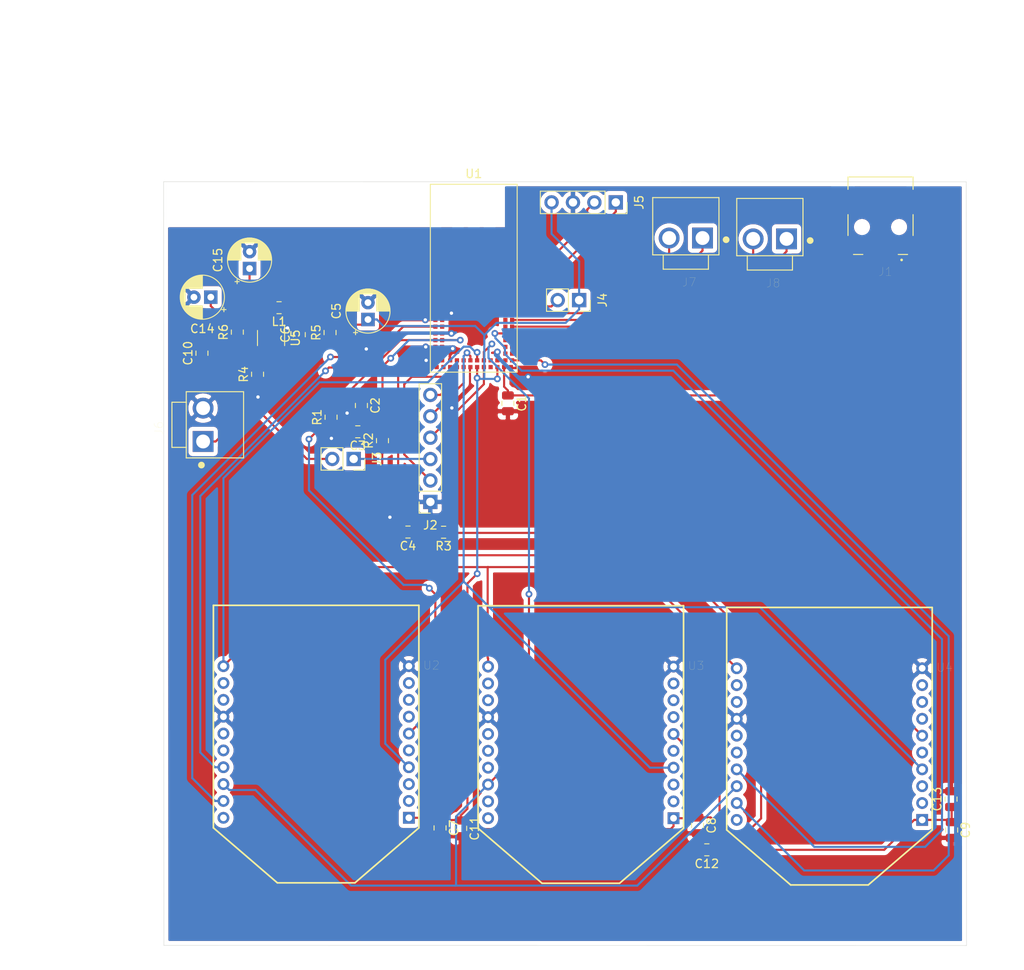
<source format=kicad_pcb>
(kicad_pcb (version 20171130) (host pcbnew "(5.1.4)-1")
  (layers (0 F.Cu signal) (31 B.Cu signal) (34 B.Paste user) (35 F.Paste user) (36 B.SilkS user) (37 F.SilkS user) (38 B.Mask user) (39 F.Mask user) (44 Edge.Cuts user))
  (net 0 "")
  (net 1 GND)
  (net 2 USB_VBUS)
  (net 3 RSSI2)
  (net 4 RSSI3)
  (net 5 RSSI1)
  (net 6 +3V3)
  (net 7 "Net-(C6-Pad2)")
  (net 8 "Net-(C6-Pad1)")
  (net 9 +12V)
  (net 10 "Net-(J1-Pad4)")
  (net 11 D+)
  (net 12 D-)
  (net 13 UART_CTS)
  (net 14 UART_TX)
  (net 15 UART_RX)
  (net 16 "Net-(J2-Pad3)")
  (net 17 UART_RTS)
  (net 18 "Net-(J4-Pad2)")
  (net 19 "Net-(J5-Pad2)")
  (net 20 "Net-(J5-Pad1)")
  (net 21 "Net-(R1-Pad1)")
  (net 22 "Net-(R2-Pad1)")
  (net 23 "Net-(R3-Pad1)")
  (net 24 "Net-(R4-Pad2)")
  (net 25 "Net-(R6-Pad1)")
  (net 26 "Net-(U1-Pad64)")
  (net 27 "Net-(U1-Pad62)")
  (net 28 "Net-(U1-Pad60)")
  (net 29 "Net-(U1-Pad56)")
  (net 30 "Net-(U1-Pad54)")
  (net 31 "Net-(U1-Pad48)")
  (net 32 "Net-(U1-Pad46)")
  (net 33 "Net-(U1-Pad63)")
  (net 34 "Net-(U1-Pad61)")
  (net 35 "Net-(U1-Pad59)")
  (net 36 "Net-(U1-Pad57)")
  (net 37 "Net-(U1-Pad44)")
  (net 38 "Net-(U1-Pad38)")
  (net 39 "Net-(U1-Pad36)")
  (net 40 MISO)
  (net 41 MOSI)
  (net 42 SCK)
  (net 43 "Net-(U1-Pad28)")
  (net 44 "Net-(U1-Pad27)")
  (net 45 "Net-(U1-Pad41)")
  (net 46 "Net-(U1-Pad42)")
  (net 47 "Net-(U1-Pad6)")
  (net 48 "Net-(U1-Pad8)")
  (net 49 "Net-(U1-Pad10)")
  (net 50 "Net-(U1-Pad12)")
  (net 51 "Net-(U1-Pad16)")
  (net 52 "Net-(U1-Pad18)")
  (net 53 "Net-(U1-Pad20)")
  (net 54 "Net-(U1-Pad22)")
  (net 55 "Net-(U1-Pad19)")
  (net 56 "Net-(U2-Pad20)")
  (net 57 ATTN2)
  (net 58 CS2)
  (net 59 "Net-(U2-Pad16)")
  (net 60 "Net-(U2-Pad15)")
  (net 61 "Net-(U2-Pad13)")
  (net 62 "Net-(U2-Pad12)")
  (net 63 "Net-(U2-Pad9)")
  (net 64 "Net-(U2-Pad7)")
  (net 65 "Net-(U2-Pad5)")
  (net 66 "Net-(U2-Pad3)")
  (net 67 "Net-(U2-Pad2)")
  (net 68 "Net-(U3-Pad20)")
  (net 69 ATTN3)
  (net 70 CS3)
  (net 71 "Net-(U3-Pad16)")
  (net 72 "Net-(U3-Pad15)")
  (net 73 "Net-(U3-Pad13)")
  (net 74 "Net-(U3-Pad12)")
  (net 75 "Net-(U3-Pad9)")
  (net 76 "Net-(U3-Pad7)")
  (net 77 "Net-(U3-Pad5)")
  (net 78 "Net-(U3-Pad3)")
  (net 79 "Net-(U3-Pad2)")
  (net 80 "Net-(U4-Pad20)")
  (net 81 ATTN1)
  (net 82 CS1)
  (net 83 "Net-(U4-Pad16)")
  (net 84 "Net-(U4-Pad15)")
  (net 85 "Net-(U4-Pad13)")
  (net 86 "Net-(U4-Pad12)")
  (net 87 "Net-(U4-Pad9)")
  (net 88 "Net-(U4-Pad7)")
  (net 89 "Net-(U4-Pad5)")
  (net 90 "Net-(U4-Pad3)")
  (net 91 "Net-(U4-Pad2)")
  (net 92 StepperTwo)
  (net 93 StepperOne)
  (net 94 StepperFour)
  (net 95 StepperThree)
  (module Tracking-Antenna-Control-Board:TE_1-1123723-2 (layer F.Cu) (at 203.91 18.83 180)
    (fp_text reference J8 (at 1.578065 -5.245195) (layer F.SilkS) (effects (font (size 1.001945 1.001945) (thickness 0.015))))
    (fp_text value 1-1123723-2)
    (pad 2 thru_hole circle (at 3.96 0 180) (size 2.475 2.475) (drill 1.65) (layers *.Cu *.Mask) (net 94 StepperFour))
    (pad 1 thru_hole rect (at 0 0 180) (size 2.475 2.475) (drill 1.65) (layers *.Cu *.Mask) (net 95 StepperThree))
  )
  (module Tracking-Antenna-Control-Board:TE_1-1123723-2 (layer F.Cu) (at 193.94 18.73 180)
    (fp_text reference J7 (at 1.578065 -5.245195) (layer F.SilkS) (effects (font (size 1.001945 1.001945) (thickness 0.015))))
    (fp_text value 1-1123723-2)
    (pad 2 thru_hole circle (at 3.96 0 180) (size 2.475 2.475) (drill 1.65) (layers *.Cu *.Mask) (net 92 StepperTwo))
    (pad 1 thru_hole rect (at 0 0 180) (size 2.475 2.475) (drill 1.65) (layers *.Cu *.Mask) (net 93 StepperOne))
  )
  (module Tracking-Antenna-Control-Board:TE_1-1123723-2 (layer F.Cu) (at 134.69 42.88 90)
    (fp_text reference J6 (at 1.578065 -5.245195 90) (layer F.SilkS) (effects (font (size 1.001945 1.001945) (thickness 0.015))))
    (fp_text value 1-1123723-2)
    (pad 2 thru_hole circle (at 3.96 0 90) (size 2.475 2.475) (drill 1.65) (layers *.Cu *.Mask) (net 1 GND))
    (pad 1 thru_hole rect (at 0 0 90) (size 2.475 2.475) (drill 1.65) (layers *.Cu *.Mask) (net 9 +12V))
  )
  (module Capacitor_THT:CP_Radial_D5.0mm_P2.00mm (layer F.Cu) (at 140.2 22.35 90)
    (fp_text reference C15 (at 1 -3.75 90) (layer F.SilkS))
    (fp_text value 10μF)
    (pad 2 thru_hole circle (at 2 0 90) (size 1.6 1.6) (drill 0.8) (layers *.Cu *.Mask) (net 1 GND))
    (pad 1 thru_hole rect (at 0 0 90) (size 1.6 1.6) (drill 0.8) (layers *.Cu *.Mask) (net 9 +12V))
  )
  (module Capacitor_THT:CP_Radial_D5.0mm_P2.00mm (layer F.Cu) (at 135.6 25.75 180)
    (fp_text reference C14 (at 1 -3.75) (layer F.SilkS))
    (fp_text value 10μF)
    (pad 2 thru_hole circle (at 2 0 180) (size 1.6 1.6) (drill 0.8) (layers *.Cu *.Mask) (net 1 GND))
    (pad 1 thru_hole rect (at 0 0 180) (size 1.6 1.6) (drill 0.8) (layers *.Cu *.Mask) (net 9 +12V))
  )
  (module Capacitor_THT:CP_Radial_D5.0mm_P2.00mm (layer F.Cu) (at 154.25 28.4 90)
    (fp_text reference C5 (at 1 -3.75 90) (layer F.SilkS))
    (fp_text value 22μF)
    (pad 2 thru_hole circle (at 2 0 90) (size 1.6 1.6) (drill 0.8) (layers *.Cu *.Mask) (net 1 GND))
    (pad 1 thru_hole rect (at 0 0 90) (size 1.6 1.6) (drill 0.8) (layers *.Cu *.Mask) (net 6 +3V3))
  )
  (module Package_TO_SOT_SMD:SOT-23-6 (layer F.Cu) (at 142.75 30.6 270)
    (fp_text reference U5 (at 0 -2.9 90) (layer F.SilkS))
    (fp_text value TPS563200)
    (pad 5 smd rect (at 1.1 0 270) (size 1.06 0.65) (layers F.Cu F.Paste F.Mask) (net 25 "Net-(R6-Pad1)"))
    (pad 6 smd rect (at 1.1 -0.95 270) (size 1.06 0.65) (layers F.Cu F.Paste F.Mask) (net 8 "Net-(C6-Pad1)"))
    (pad 4 smd rect (at 1.1 0.95 270) (size 1.06 0.65) (layers F.Cu F.Paste F.Mask) (net 24 "Net-(R4-Pad2)"))
    (pad 3 smd rect (at -1.1 0.95 270) (size 1.06 0.65) (layers F.Cu F.Paste F.Mask) (net 9 +12V))
    (pad 2 smd rect (at -1.1 0 270) (size 1.06 0.65) (layers F.Cu F.Paste F.Mask) (net 7 "Net-(C6-Pad2)"))
    (pad 1 smd rect (at -1.1 -0.95 270) (size 1.06 0.65) (layers F.Cu F.Paste F.Mask) (net 1 GND))
  )
  (module Tracking-Antenna-Control-Board:DIP2200W51P200L3294H279Q20P (layer F.Cu) (at 209 79.05 180)
    (fp_text reference U4 (at -13.67664 9.3535 180) (layer F.SilkS) (effects (font (size 1.003055 1.003055) (thickness 0.015))))
    (fp_text value XBP9B-DPST-001)
    (pad 20 thru_hole circle (at 11 -8.75 180) (size 1.4 1.4) (drill 0.8) (layers *.Cu *.Mask) (net 80 "Net-(U4-Pad20)"))
    (pad 19 thru_hole circle (at 11 -6.75 180) (size 1.4 1.4) (drill 0.8) (layers *.Cu *.Mask) (net 81 ATTN1))
    (pad 18 thru_hole circle (at 11 -4.75 180) (size 1.4 1.4) (drill 0.8) (layers *.Cu *.Mask) (net 42 SCK))
    (pad 17 thru_hole circle (at 11 -2.75 180) (size 1.4 1.4) (drill 0.8) (layers *.Cu *.Mask) (net 82 CS1))
    (pad 16 thru_hole circle (at 11 -0.75 180) (size 1.4 1.4) (drill 0.8) (layers *.Cu *.Mask) (net 83 "Net-(U4-Pad16)"))
    (pad 15 thru_hole circle (at 11 1.25 180) (size 1.4 1.4) (drill 0.8) (layers *.Cu *.Mask) (net 84 "Net-(U4-Pad15)"))
    (pad 14 thru_hole circle (at 11 3.25 180) (size 1.4 1.4) (drill 0.8) (layers *.Cu *.Mask) (net 1 GND))
    (pad 13 thru_hole circle (at 11 5.25 180) (size 1.4 1.4) (drill 0.8) (layers *.Cu *.Mask) (net 85 "Net-(U4-Pad13)"))
    (pad 12 thru_hole circle (at 11 7.25 180) (size 1.4 1.4) (drill 0.8) (layers *.Cu *.Mask) (net 86 "Net-(U4-Pad12)"))
    (pad 11 thru_hole circle (at 11 9.25 180) (size 1.4 1.4) (drill 0.8) (layers *.Cu *.Mask) (net 41 MOSI))
    (pad 10 thru_hole circle (at -11 9.25 180) (size 1.4 1.4) (drill 0.8) (layers *.Cu *.Mask) (net 1 GND))
    (pad 9 thru_hole circle (at -11 7.25 180) (size 1.4 1.4) (drill 0.8) (layers *.Cu *.Mask) (net 87 "Net-(U4-Pad9)"))
    (pad 8 thru_hole circle (at -11 5.25 180) (size 1.4 1.4) (drill 0.8) (layers *.Cu *.Mask))
    (pad 7 thru_hole circle (at -11 3.25 180) (size 1.4 1.4) (drill 0.8) (layers *.Cu *.Mask) (net 88 "Net-(U4-Pad7)"))
    (pad 6 thru_hole circle (at -11 1.25 180) (size 1.4 1.4) (drill 0.8) (layers *.Cu *.Mask) (net 23 "Net-(R3-Pad1)"))
    (pad 5 thru_hole circle (at -11 -0.75 180) (size 1.4 1.4) (drill 0.8) (layers *.Cu *.Mask) (net 89 "Net-(U4-Pad5)"))
    (pad 4 thru_hole circle (at -11 -2.75 180) (size 1.4 1.4) (drill 0.8) (layers *.Cu *.Mask) (net 40 MISO))
    (pad 3 thru_hole circle (at -11 -4.75 180) (size 1.4 1.4) (drill 0.8) (layers *.Cu *.Mask) (net 90 "Net-(U4-Pad3)"))
    (pad 2 thru_hole circle (at -11 -6.75 180) (size 1.4 1.4) (drill 0.8) (layers *.Cu *.Mask) (net 91 "Net-(U4-Pad2)"))
    (pad 1 thru_hole rect (at -11 -8.75 180) (size 1.4 1.4) (drill 0.8) (layers *.Cu *.Mask) (net 6 +3V3))
  )
  (module Tracking-Antenna-Control-Board:DIP2200W51P200L3294H279Q20P (layer F.Cu) (at 179.5 78.85 180)
    (fp_text reference U3 (at -13.67664 9.3535 180) (layer F.SilkS) (effects (font (size 1.003055 1.003055) (thickness 0.015))))
    (fp_text value XBP9B-DPST-001)
    (pad 20 thru_hole circle (at 11 -8.75 180) (size 1.4 1.4) (drill 0.8) (layers *.Cu *.Mask) (net 68 "Net-(U3-Pad20)"))
    (pad 19 thru_hole circle (at 11 -6.75 180) (size 1.4 1.4) (drill 0.8) (layers *.Cu *.Mask) (net 69 ATTN3))
    (pad 18 thru_hole circle (at 11 -4.75 180) (size 1.4 1.4) (drill 0.8) (layers *.Cu *.Mask) (net 42 SCK))
    (pad 17 thru_hole circle (at 11 -2.75 180) (size 1.4 1.4) (drill 0.8) (layers *.Cu *.Mask) (net 70 CS3))
    (pad 16 thru_hole circle (at 11 -0.75 180) (size 1.4 1.4) (drill 0.8) (layers *.Cu *.Mask) (net 71 "Net-(U3-Pad16)"))
    (pad 15 thru_hole circle (at 11 1.25 180) (size 1.4 1.4) (drill 0.8) (layers *.Cu *.Mask) (net 72 "Net-(U3-Pad15)"))
    (pad 14 thru_hole circle (at 11 3.25 180) (size 1.4 1.4) (drill 0.8) (layers *.Cu *.Mask) (net 1 GND))
    (pad 13 thru_hole circle (at 11 5.25 180) (size 1.4 1.4) (drill 0.8) (layers *.Cu *.Mask) (net 73 "Net-(U3-Pad13)"))
    (pad 12 thru_hole circle (at 11 7.25 180) (size 1.4 1.4) (drill 0.8) (layers *.Cu *.Mask) (net 74 "Net-(U3-Pad12)"))
    (pad 11 thru_hole circle (at 11 9.25 180) (size 1.4 1.4) (drill 0.8) (layers *.Cu *.Mask) (net 41 MOSI))
    (pad 10 thru_hole circle (at -11 9.25 180) (size 1.4 1.4) (drill 0.8) (layers *.Cu *.Mask) (net 1 GND))
    (pad 9 thru_hole circle (at -11 7.25 180) (size 1.4 1.4) (drill 0.8) (layers *.Cu *.Mask) (net 75 "Net-(U3-Pad9)"))
    (pad 8 thru_hole circle (at -11 5.25 180) (size 1.4 1.4) (drill 0.8) (layers *.Cu *.Mask))
    (pad 7 thru_hole circle (at -11 3.25 180) (size 1.4 1.4) (drill 0.8) (layers *.Cu *.Mask) (net 76 "Net-(U3-Pad7)"))
    (pad 6 thru_hole circle (at -11 1.25 180) (size 1.4 1.4) (drill 0.8) (layers *.Cu *.Mask) (net 22 "Net-(R2-Pad1)"))
    (pad 5 thru_hole circle (at -11 -0.75 180) (size 1.4 1.4) (drill 0.8) (layers *.Cu *.Mask) (net 77 "Net-(U3-Pad5)"))
    (pad 4 thru_hole circle (at -11 -2.75 180) (size 1.4 1.4) (drill 0.8) (layers *.Cu *.Mask) (net 40 MISO))
    (pad 3 thru_hole circle (at -11 -4.75 180) (size 1.4 1.4) (drill 0.8) (layers *.Cu *.Mask) (net 78 "Net-(U3-Pad3)"))
    (pad 2 thru_hole circle (at -11 -6.75 180) (size 1.4 1.4) (drill 0.8) (layers *.Cu *.Mask) (net 79 "Net-(U3-Pad2)"))
    (pad 1 thru_hole rect (at -11 -8.75 180) (size 1.4 1.4) (drill 0.8) (layers *.Cu *.Mask) (net 6 +3V3))
  )
  (module Tracking-Antenna-Control-Board:DIP2200W51P200L3294H279Q20P (layer F.Cu) (at 148.1 78.8 180)
    (fp_text reference U2 (at -13.67664 9.3535 180) (layer F.SilkS) (effects (font (size 1.003055 1.003055) (thickness 0.015))))
    (fp_text value XBP9B-DPST-001)
    (pad 20 thru_hole circle (at 11 -8.75 180) (size 1.4 1.4) (drill 0.8) (layers *.Cu *.Mask) (net 56 "Net-(U2-Pad20)"))
    (pad 19 thru_hole circle (at 11 -6.75 180) (size 1.4 1.4) (drill 0.8) (layers *.Cu *.Mask) (net 57 ATTN2))
    (pad 18 thru_hole circle (at 11 -4.75 180) (size 1.4 1.4) (drill 0.8) (layers *.Cu *.Mask) (net 42 SCK))
    (pad 17 thru_hole circle (at 11 -2.75 180) (size 1.4 1.4) (drill 0.8) (layers *.Cu *.Mask) (net 58 CS2))
    (pad 16 thru_hole circle (at 11 -0.75 180) (size 1.4 1.4) (drill 0.8) (layers *.Cu *.Mask) (net 59 "Net-(U2-Pad16)"))
    (pad 15 thru_hole circle (at 11 1.25 180) (size 1.4 1.4) (drill 0.8) (layers *.Cu *.Mask) (net 60 "Net-(U2-Pad15)"))
    (pad 14 thru_hole circle (at 11 3.25 180) (size 1.4 1.4) (drill 0.8) (layers *.Cu *.Mask) (net 1 GND))
    (pad 13 thru_hole circle (at 11 5.25 180) (size 1.4 1.4) (drill 0.8) (layers *.Cu *.Mask) (net 61 "Net-(U2-Pad13)"))
    (pad 12 thru_hole circle (at 11 7.25 180) (size 1.4 1.4) (drill 0.8) (layers *.Cu *.Mask) (net 62 "Net-(U2-Pad12)"))
    (pad 11 thru_hole circle (at 11 9.25 180) (size 1.4 1.4) (drill 0.8) (layers *.Cu *.Mask) (net 41 MOSI))
    (pad 10 thru_hole circle (at -11 9.25 180) (size 1.4 1.4) (drill 0.8) (layers *.Cu *.Mask) (net 1 GND))
    (pad 9 thru_hole circle (at -11 7.25 180) (size 1.4 1.4) (drill 0.8) (layers *.Cu *.Mask) (net 63 "Net-(U2-Pad9)"))
    (pad 8 thru_hole circle (at -11 5.25 180) (size 1.4 1.4) (drill 0.8) (layers *.Cu *.Mask))
    (pad 7 thru_hole circle (at -11 3.25 180) (size 1.4 1.4) (drill 0.8) (layers *.Cu *.Mask) (net 64 "Net-(U2-Pad7)"))
    (pad 6 thru_hole circle (at -11 1.25 180) (size 1.4 1.4) (drill 0.8) (layers *.Cu *.Mask) (net 21 "Net-(R1-Pad1)"))
    (pad 5 thru_hole circle (at -11 -0.75 180) (size 1.4 1.4) (drill 0.8) (layers *.Cu *.Mask) (net 65 "Net-(U2-Pad5)"))
    (pad 4 thru_hole circle (at -11 -2.75 180) (size 1.4 1.4) (drill 0.8) (layers *.Cu *.Mask) (net 40 MISO))
    (pad 3 thru_hole circle (at -11 -4.75 180) (size 1.4 1.4) (drill 0.8) (layers *.Cu *.Mask) (net 66 "Net-(U2-Pad3)"))
    (pad 2 thru_hole circle (at -11 -6.75 180) (size 1.4 1.4) (drill 0.8) (layers *.Cu *.Mask) (net 67 "Net-(U2-Pad2)"))
    (pad 1 thru_hole rect (at -11 -8.75 180) (size 1.4 1.4) (drill 0.8) (layers *.Cu *.Mask) (net 6 +3V3))
  )
  (module MASA_Library:BL654PA (layer F.Cu) (at 166.8 23.5)
    (fp_text reference U1 (at 0 -12.4) (layer F.SilkS))
    (fp_text value BL654PA)
    (pad 64 smd rect (at -3.85 1.75) (size 0.5 0.5) (layers F.Cu F.Paste F.Mask) (net 26 "Net-(U1-Pad64)"))
    (pad 62 smd rect (at -3.85 2.55) (size 0.5 0.5) (layers F.Cu F.Paste F.Mask) (net 27 "Net-(U1-Pad62)"))
    (pad 60 smd rect (at -3.8 3.35) (size 0.5 0.5) (layers F.Cu F.Paste F.Mask) (net 28 "Net-(U1-Pad60)"))
    (pad 58 smd rect (at -3.8 4.15) (size 0.5 0.5) (layers F.Cu F.Paste F.Mask) (net 1 GND))
    (pad 56 smd rect (at -3.75 4.95) (size 0.5 0.5) (layers F.Cu F.Paste F.Mask) (net 29 "Net-(U1-Pad56)"))
    (pad 54 smd rect (at -3.75 5.75) (size 0.5 0.5) (layers F.Cu F.Paste F.Mask) (net 30 "Net-(U1-Pad54)"))
    (pad 52 smd rect (at -3.75 6.55) (size 0.5 0.5) (layers F.Cu F.Paste F.Mask) (net 1 GND))
    (pad 50 smd rect (at -3.75 7.35) (size 0.5 0.5) (layers F.Cu F.Paste F.Mask) (net 4 RSSI3))
    (pad 48 smd rect (at -3.75 8.15) (size 0.5 0.5) (layers F.Cu F.Paste F.Mask) (net 31 "Net-(U1-Pad48)"))
    (pad 46 smd rect (at -3.75 9) (size 0.5 0.5) (layers F.Cu F.Paste F.Mask) (net 32 "Net-(U1-Pad46)"))
    (pad 65 smd rect (at -4.55 0.95) (size 0.5 0.5) (layers F.Cu F.Paste F.Mask) (net 1 GND))
    (pad 63 smd rect (at -4.55 1.75) (size 0.5 0.5) (layers F.Cu F.Paste F.Mask) (net 33 "Net-(U1-Pad63)"))
    (pad 61 smd rect (at -4.55 2.55) (size 0.5 0.5) (layers F.Cu F.Paste F.Mask) (net 34 "Net-(U1-Pad61)"))
    (pad 59 smd rect (at -4.55 3.35) (size 0.5 0.5) (layers F.Cu F.Paste F.Mask) (net 35 "Net-(U1-Pad59)"))
    (pad 57 smd rect (at -4.55 4.15) (size 0.5 0.5) (layers F.Cu F.Paste F.Mask) (net 36 "Net-(U1-Pad57)"))
    (pad 55 smd rect (at -4.55 4.95) (size 0.5 0.5) (layers F.Cu F.Paste F.Mask) (net 1 GND))
    (pad 53 smd rect (at -4.55 5.75) (size 0.5 0.5) (layers F.Cu F.Paste F.Mask) (net 57 ATTN2))
    (pad 51 smd rect (at -4.55 6.55) (size 0.5 0.5) (layers F.Cu F.Paste F.Mask) (net 58 CS2))
    (pad 49 smd rect (at -4.55 7.35) (size 0.5 0.5) (layers F.Cu F.Paste F.Mask) (net 3 RSSI2))
    (pad 47 smd rect (at -4.55 8.15) (size 0.5 0.5) (layers F.Cu F.Paste F.Mask) (net 1 GND))
    (pad 45 smd rect (at -4.55 8.95) (size 0.5 0.5) (layers F.Cu F.Paste F.Mask) (net 5 RSSI1))
    (pad 44 smd rect (at -3.75 9.75) (size 0.5 0.5) (layers F.Cu F.Paste F.Mask) (net 37 "Net-(U1-Pad44)"))
    (pad 43 smd rect (at -4.55 9.75) (size 0.5 0.5) (layers F.Cu F.Paste F.Mask) (net 1 GND))
    (pad 40 smd rect (at -2.8 9.75) (size 0.5 0.5) (layers F.Cu F.Paste F.Mask) (net 1 GND))
    (pad 38 smd rect (at -2 9.75) (size 0.5 0.5) (layers F.Cu F.Paste F.Mask) (net 38 "Net-(U1-Pad38)"))
    (pad 36 smd rect (at -1.2 9.75) (size 0.5 0.5) (layers F.Cu F.Paste F.Mask) (net 39 "Net-(U1-Pad36)"))
    (pad 34 smd rect (at -0.4 9.75) (size 0.5 0.5) (layers F.Cu F.Paste F.Mask) (net 40 MISO))
    (pad 32 smd rect (at 0.4 9.75) (size 0.5 0.5) (layers F.Cu F.Paste F.Mask) (net 41 MOSI))
    (pad 30 smd rect (at 1.2 9.75) (size 0.5 0.5) (layers F.Cu F.Paste F.Mask) (net 42 SCK))
    (pad 28 smd rect (at 2 9.75) (size 0.5 0.5) (layers F.Cu F.Paste F.Mask) (net 43 "Net-(U1-Pad28)"))
    (pad 26 smd rect (at 2.8 9.75) (size 0.5 0.5) (layers F.Cu F.Paste F.Mask) (net 1 GND))
    (pad 23 smd rect (at 4.4 10.55) (size 0.5 0.5) (layers F.Cu F.Paste F.Mask) (net 1 GND))
    (pad 24 smd rect (at 3.6 10.55) (size 0.5 0.5) (layers F.Cu F.Paste F.Mask) (net 2 USB_VBUS))
    (pad 25 smd rect (at 2.8 10.55) (size 0.5 0.5) (layers F.Cu F.Paste F.Mask) (net 6 +3V3))
    (pad 27 smd rect (at 2 10.55) (size 0.5 0.5) (layers F.Cu F.Paste F.Mask) (net 44 "Net-(U1-Pad27)"))
    (pad 29 smd rect (at 1.2 10.55) (size 0.5 0.5) (layers F.Cu F.Paste F.Mask) (net 15 UART_RX))
    (pad 31 smd rect (at 0.4 10.55) (size 0.5 0.5) (layers F.Cu F.Paste F.Mask) (net 6 +3V3))
    (pad 33 smd rect (at -0.4 10.55) (size 0.5 0.5) (layers F.Cu F.Paste F.Mask) (net 1 GND))
    (pad 35 smd rect (at -1.2 10.55) (size 0.5 0.5) (layers F.Cu F.Paste F.Mask) (net 14 UART_TX))
    (pad 37 smd rect (at -2 10.55) (size 0.5 0.5) (layers F.Cu F.Paste F.Mask) (net 13 UART_CTS))
    (pad 39 smd rect (at -2.8 10.55) (size 0.5 0.5) (layers F.Cu F.Paste F.Mask) (net 17 UART_RTS))
    (pad 41 smd rect (at -3.6 10.55) (size 0.5 0.5) (layers F.Cu F.Paste F.Mask) (net 45 "Net-(U1-Pad41)"))
    (pad 42 smd rect (at -4.4 10.55) (size 0.5 0.5) (layers F.Cu F.Paste F.Mask) (net 46 "Net-(U1-Pad42)"))
    (pad 69 smd rect (at -1.875 1.75) (size 0.5 0.5) (layers F.Cu F.Paste F.Mask) (net 1 GND))
    (pad 70 smd rect (at 0 1.75) (size 0.5 0.5) (layers F.Cu F.Paste F.Mask) (net 1 GND))
    (pad 71 smd rect (at 1.875 1.75) (size 0.5 0.5) (layers F.Cu F.Paste F.Mask) (net 1 GND))
    (pad 2 smd rect (at 3.75 1.75) (size 0.5 0.5) (layers F.Cu F.Paste F.Mask))
    (pad 4 smd rect (at 3.75 2.55) (size 0.5 0.5) (layers F.Cu F.Paste F.Mask))
    (pad 6 smd rect (at 3.75 3.35) (size 0.5 0.5) (layers F.Cu F.Paste F.Mask) (net 47 "Net-(U1-Pad6)"))
    (pad 8 smd rect (at 3.75 4.15) (size 0.5 0.5) (layers F.Cu F.Paste F.Mask) (net 48 "Net-(U1-Pad8)"))
    (pad 10 smd rect (at 3.75 4.95) (size 0.5 0.5) (layers F.Cu F.Paste F.Mask) (net 49 "Net-(U1-Pad10)"))
    (pad 12 smd rect (at 3.75 5.75) (size 0.5 0.5) (layers F.Cu F.Paste F.Mask) (net 50 "Net-(U1-Pad12)"))
    (pad 14 smd rect (at 3.75 6.55) (size 0.5 0.5) (layers F.Cu F.Paste F.Mask) (net 82 CS1))
    (pad 16 smd rect (at 3.75 7.35) (size 0.5 0.5) (layers F.Cu F.Paste F.Mask) (net 51 "Net-(U1-Pad16)"))
    (pad 18 smd rect (at 3.75 8.15) (size 0.5 0.5) (layers F.Cu F.Paste F.Mask) (net 52 "Net-(U1-Pad18)"))
    (pad 20 smd rect (at 3.75 8.95) (size 0.5 0.5) (layers F.Cu F.Paste F.Mask) (net 53 "Net-(U1-Pad20)"))
    (pad 22 smd rect (at 3.75 9.75) (size 0.5 0.5) (layers F.Cu F.Paste F.Mask) (net 54 "Net-(U1-Pad22)"))
    (pad 1 smd rect (at 4.55 1.75) (size 0.5 0.5) (layers F.Cu F.Paste F.Mask) (net 19 "Net-(J5-Pad2)"))
    (pad 3 smd rect (at 4.55 2.55) (size 0.5 0.5) (layers F.Cu F.Paste F.Mask) (net 20 "Net-(J5-Pad1)"))
    (pad 5 smd rect (at 4.55 3.35) (size 0.5 0.5) (layers F.Cu F.Paste F.Mask) (net 18 "Net-(J4-Pad2)"))
    (pad 7 smd rect (at 4.55 4.15) (size 0.5 0.5) (layers F.Cu F.Paste F.Mask) (net 92 StepperTwo))
    (pad 9 smd rect (at 4.55 4.95) (size 0.5 0.5) (layers F.Cu F.Paste F.Mask) (net 93 StepperOne))
    (pad 11 smd rect (at 4.55 5.75) (size 0.5 0.5) (layers F.Cu F.Paste F.Mask) (net 94 StepperFour))
    (pad 13 smd rect (at 4.55 6.55) (size 0.5 0.5) (layers F.Cu F.Paste F.Mask) (net 95 StepperThree))
    (pad 15 smd rect (at 4.55 7.35) (size 0.5 0.5) (layers F.Cu F.Paste F.Mask) (net 11 D+))
    (pad 17 smd rect (at 4.55 8.15) (size 0.5 0.5) (layers F.Cu F.Paste F.Mask) (net 12 D-))
    (pad 19 smd rect (at 4.55 8.95) (size 0.5 0.5) (layers F.Cu F.Paste F.Mask) (net 55 "Net-(U1-Pad19)"))
    (pad 21 smd rect (at 4.55 9.75) (size 0.5 0.5) (layers F.Cu F.Paste F.Mask) (net 81 ATTN1))
    (pad 0 smd rect (at 4.55 0.95) (size 0.5 0.5) (layers F.Cu F.Paste F.Mask) (net 1 GND))
    (pad 66 smd rect (at 4.55 -0.35) (size 0.5 0.5) (layers F.Cu F.Paste F.Mask) (net 1 GND))
    (pad 67 smd rect (at 4.55 -1.65) (size 0.5 0.5) (layers F.Cu F.Paste F.Mask) (net 1 GND))
    (pad 68 smd rect (at 4.55 -2.95) (size 0.5 0.5) (layers F.Cu F.Paste F.Mask) (net 1 GND))
    (pad 72 smd rect (at 4.55 -6.05) (size 0.5 0.5) (layers F.Cu F.Paste F.Mask) (net 1 GND))
    (pad 73 smd rect (at 4.55 -7.35) (size 0.5 0.5) (layers F.Cu F.Paste F.Mask) (net 1 GND))
    (pad 74 smd rect (at 4.55 -8.65) (size 0.5 0.5) (layers F.Cu F.Paste F.Mask) (net 1 GND))
    (pad 75 smd rect (at 4.55 -9.95) (size 0.5 0.5) (layers F.Cu F.Paste F.Mask) (net 1 GND))
    (pad 77 smd rect (at 1.875 -5.25) (size 0.5 0.5) (layers F.Cu F.Paste F.Mask) (net 1 GND))
    (pad 78 smd rect (at 0 -5.25) (size 0.5 0.5) (layers F.Cu F.Paste F.Mask) (net 1 GND))
    (pad 76 smd rect (at -1.875 -5.25) (size 0.5 0.5) (layers F.Cu F.Paste F.Mask) (net 1 GND))
    (pad 79 smd rect (at -4.55 -5.25) (size 0.5 0.5) (layers F.Cu F.Paste F.Mask) (net 1 GND))
  )
  (module Resistor_SMD:R_0805_2012Metric (layer F.Cu) (at 138.75 29.9 90)
    (fp_text reference R6 (at 0 -1.65 90) (layer F.SilkS))
    (fp_text value 10.0K)
    (pad 2 smd roundrect (at 0.9375 0 90) (size 0.975 1.4) (layers F.Cu F.Paste F.Mask) (net 9 +12V))
    (pad 1 smd roundrect (at -0.9375 0 90) (size 0.975 1.4) (layers F.Cu F.Paste F.Mask) (net 25 "Net-(R6-Pad1)"))
  )
  (module Resistor_SMD:R_0805_2012Metric (layer F.Cu) (at 149.75 29.95 90)
    (fp_text reference R5 (at 0 -1.65 90) (layer F.SilkS))
    (fp_text value 33.2K)
    (pad 2 smd roundrect (at 0.9375 0 90) (size 0.975 1.4) (layers F.Cu F.Paste F.Mask) (net 6 +3V3))
    (pad 1 smd roundrect (at -0.9375 0 90) (size 0.975 1.4) (layers F.Cu F.Paste F.Mask) (net 24 "Net-(R4-Pad2)"))
  )
  (module Resistor_SMD:R_0805_2012Metric (layer F.Cu) (at 141.15 34.9 90)
    (fp_text reference R4 (at 0 -1.65 90) (layer F.SilkS))
    (fp_text value 10.0K)
    (pad 2 smd roundrect (at 0.9375 0 90) (size 0.975 1.4) (layers F.Cu F.Paste F.Mask) (net 24 "Net-(R4-Pad2)"))
    (pad 1 smd roundrect (at -0.9375 0 90) (size 0.975 1.4) (layers F.Cu F.Paste F.Mask) (net 1 GND))
  )
  (module Resistor_SMD:R_0805_2012Metric (layer F.Cu) (at 163.22 53.65 180)
    (fp_text reference R3 (at 0 -1.65) (layer F.SilkS))
    (fp_text value 3.9k)
    (pad 2 smd roundrect (at 0.9375 0 180) (size 0.975 1.4) (layers F.Cu F.Paste F.Mask) (net 5 RSSI1))
    (pad 1 smd roundrect (at -0.9375 0 180) (size 0.975 1.4) (layers F.Cu F.Paste F.Mask) (net 23 "Net-(R3-Pad1)"))
  )
  (module Resistor_SMD:R_0805_2012Metric (layer F.Cu) (at 155.97 42.78 90)
    (fp_text reference R2 (at 0 -1.65 90) (layer F.SilkS))
    (fp_text value 3.9k)
    (pad 2 smd roundrect (at 0.9375 0 90) (size 0.975 1.4) (layers F.Cu F.Paste F.Mask) (net 4 RSSI3))
    (pad 1 smd roundrect (at -0.9375 0 90) (size 0.975 1.4) (layers F.Cu F.Paste F.Mask) (net 22 "Net-(R2-Pad1)"))
  )
  (module Resistor_SMD:R_0805_2012Metric (layer F.Cu) (at 149.87 40 90)
    (fp_text reference R1 (at 0 -1.65 90) (layer F.SilkS))
    (fp_text value 3.9k)
    (pad 2 smd roundrect (at 0.9375 0 90) (size 0.975 1.4) (layers F.Cu F.Paste F.Mask) (net 3 RSSI2))
    (pad 1 smd roundrect (at -0.9375 0 90) (size 0.975 1.4) (layers F.Cu F.Paste F.Mask) (net 21 "Net-(R1-Pad1)"))
  )
  (module Inductor_SMD:L_0805_2012Metric (layer F.Cu) (at 143.7 27 180)
    (fp_text reference L1 (at 0 -1.65) (layer F.SilkS))
    (fp_text value 2.2uH)
    (pad 2 smd roundrect (at 0.9375 0 180) (size 0.975 1.4) (layers F.Cu F.Paste F.Mask) (net 7 "Net-(C6-Pad2)"))
    (pad 1 smd roundrect (at -0.9375 0 180) (size 0.975 1.4) (layers F.Cu F.Paste F.Mask) (net 6 +3V3))
  )
  (module Connector_PinSocket_2.54mm:PinSocket_1x04_P2.54mm_Vertical (layer F.Cu) (at 183.65 14.5 270)
    (fp_text reference J5 (at 0 -2.77 90) (layer F.SilkS))
    (fp_text value Conn_01x04_Male)
    (pad 4 thru_hole oval (at 0 7.62 270) (size 1.7 1.7) (drill 1) (layers *.Cu *.Mask) (net 6 +3V3))
    (pad 3 thru_hole oval (at 0 5.08 270) (size 1.7 1.7) (drill 1) (layers *.Cu *.Mask) (net 1 GND))
    (pad 2 thru_hole oval (at 0 2.54 270) (size 1.7 1.7) (drill 1) (layers *.Cu *.Mask) (net 19 "Net-(J5-Pad2)"))
    (pad 1 thru_hole rect (at 0 0 270) (size 1.7 1.7) (drill 1) (layers *.Cu *.Mask) (net 20 "Net-(J5-Pad1)"))
  )
  (module Connector_PinSocket_2.54mm:PinSocket_1x02_P2.54mm_Vertical (layer F.Cu) (at 179.3 26.1 270)
    (fp_text reference J4 (at 0 -2.77 90) (layer F.SilkS))
    (fp_text value Conn_01x02_Male)
    (pad 2 thru_hole oval (at 0 2.54 270) (size 1.7 1.7) (drill 1) (layers *.Cu *.Mask) (net 18 "Net-(J4-Pad2)"))
    (pad 1 thru_hole rect (at 0 0 270) (size 1.7 1.7) (drill 1) (layers *.Cu *.Mask) (net 6 +3V3))
  )
  (module Connector_PinSocket_2.54mm:PinSocket_1x02_P2.54mm_Vertical (layer F.Cu) (at 152.55 44.95 270)
    (fp_text reference J3 (at 0 -2.77 90) (layer F.SilkS))
    (fp_text value Conn_01x02_Male)
    (pad 2 thru_hole oval (at 0 2.54 270) (size 1.7 1.7) (drill 1) (layers *.Cu *.Mask) (net 9 +12V))
    (pad 1 thru_hole rect (at 0 0 270) (size 1.7 1.7) (drill 1) (layers *.Cu *.Mask) (net 16 "Net-(J2-Pad3)"))
  )
  (module Connector_PinSocket_2.54mm:PinSocket_1x06_P2.54mm_Vertical (layer F.Cu) (at 161.65 50.05 180)
    (fp_text reference J2 (at 0 -2.77) (layer F.SilkS))
    (fp_text value Conn_01x06_Male)
    (pad 6 thru_hole oval (at 0 12.7 180) (size 1.7 1.7) (drill 1) (layers *.Cu *.Mask) (net 13 UART_CTS))
    (pad 5 thru_hole oval (at 0 10.16 180) (size 1.7 1.7) (drill 1) (layers *.Cu *.Mask) (net 14 UART_TX))
    (pad 4 thru_hole oval (at 0 7.62 180) (size 1.7 1.7) (drill 1) (layers *.Cu *.Mask) (net 15 UART_RX))
    (pad 3 thru_hole oval (at 0 5.08 180) (size 1.7 1.7) (drill 1) (layers *.Cu *.Mask) (net 16 "Net-(J2-Pad3)"))
    (pad 2 thru_hole oval (at 0 2.54 180) (size 1.7 1.7) (drill 1) (layers *.Cu *.Mask) (net 17 UART_RTS))
    (pad 1 thru_hole rect (at 0 0 180) (size 1.7 1.7) (drill 1) (layers *.Cu *.Mask) (net 1 GND))
  )
  (module Tracking-Antenna-Control-Board:CUI_UJ2-MBH-1-SMT (layer F.Cu) (at 216.66 19.93 180)
    (fp_text reference J1 (at 1.026795 -2.789895) (layer F.SilkS) (effects (font (size 1.001756 1.001756) (thickness 0.015))))
    (fp_text value UJ2-MBH-1-SMT)
    (pad SH4 smd rect (at 6.06 5.48 180) (size 2 2.5) (layers F.Cu F.Paste F.Mask) (net 1 GND))
    (pad SH3 smd rect (at -2.86 5.48 180) (size 2 2.5) (layers F.Cu F.Paste F.Mask) (net 1 GND))
    (pad None np_thru_hole circle (at 3.8 2.51 180) (size 0.9 0.9) (drill 0.9) (layers *.Cu *.Mask))
    (pad None np_thru_hole circle (at -0.6 2.51 180) (size 0.9 0.9) (drill 0.9) (layers *.Cu *.Mask))
    (pad SH2 smd rect (at 6.06 0 180) (size 2 2.5) (layers F.Cu F.Paste F.Mask) (net 1 GND))
    (pad SH1 smd rect (at -2.86 0 180) (size 2 2.5) (layers F.Cu F.Paste F.Mask) (net 1 GND))
    (pad 5 smd rect (at 3.2 0 180) (size 0.5 2.5) (layers F.Cu F.Paste F.Mask) (net 1 GND))
    (pad 4 smd rect (at 2.4 0 180) (size 0.5 2.5) (layers F.Cu F.Paste F.Mask) (net 10 "Net-(J1-Pad4)"))
    (pad 3 smd rect (at 1.6 0 180) (size 0.5 2.5) (layers F.Cu F.Paste F.Mask) (net 11 D+))
    (pad 2 smd rect (at 0.8 0 180) (size 0.5 2.5) (layers F.Cu F.Paste F.Mask) (net 12 D-))
    (pad 1 smd rect (at 0 0 180) (size 0.5 2.5) (layers F.Cu F.Paste F.Mask) (net 2 USB_VBUS))
  )
  (module Capacitor_SMD:C_0805_2012Metric (layer F.Cu) (at 223.42 85.33 90)
    (fp_text reference C13 (at 0 -1.65 90) (layer F.SilkS))
    (fp_text value 1uF)
    (pad 2 smd roundrect (at 0.9375 0 90) (size 0.975 1.4) (layers F.Cu F.Paste F.Mask) (net 1 GND))
    (pad 1 smd roundrect (at -0.9375 0 90) (size 0.975 1.4) (layers F.Cu F.Paste F.Mask) (net 6 +3V3))
  )
  (module Capacitor_SMD:C_0805_2012Metric (layer F.Cu) (at 194.45 91.35 180)
    (fp_text reference C12 (at 0 -1.65) (layer F.SilkS))
    (fp_text value 1uF)
    (pad 2 smd roundrect (at 0.9375 0 180) (size 0.975 1.4) (layers F.Cu F.Paste F.Mask) (net 1 GND))
    (pad 1 smd roundrect (at -0.9375 0 180) (size 0.975 1.4) (layers F.Cu F.Paste F.Mask) (net 6 +3V3))
  )
  (module Capacitor_SMD:C_0805_2012Metric (layer F.Cu) (at 165.25 88.8 270)
    (fp_text reference C11 (at 0 -1.65 90) (layer F.SilkS))
    (fp_text value 1uF)
    (pad 2 smd roundrect (at 0.9375 0 270) (size 0.975 1.4) (layers F.Cu F.Paste F.Mask) (net 1 GND))
    (pad 1 smd roundrect (at -0.9375 0 270) (size 0.975 1.4) (layers F.Cu F.Paste F.Mask) (net 6 +3V3))
  )
  (module Capacitor_SMD:C_0805_2012Metric (layer F.Cu) (at 134.55 32.4 90)
    (fp_text reference C10 (at 0 -1.65 90) (layer F.SilkS))
    (fp_text value 100nF)
    (pad 2 smd roundrect (at 0.9375 0 90) (size 0.975 1.4) (layers F.Cu F.Paste F.Mask) (net 9 +12V))
    (pad 1 smd roundrect (at -0.9375 0 90) (size 0.975 1.4) (layers F.Cu F.Paste F.Mask) (net 1 GND))
  )
  (module Capacitor_SMD:C_0805_2012Metric (layer F.Cu) (at 223.5 89 270)
    (fp_text reference C9 (at 0 -1.65 90) (layer F.SilkS))
    (fp_text value 47pF)
    (pad 2 smd roundrect (at 0.9375 0 270) (size 0.975 1.4) (layers F.Cu F.Paste F.Mask) (net 1 GND))
    (pad 1 smd roundrect (at -0.9375 0 270) (size 0.975 1.4) (layers F.Cu F.Paste F.Mask) (net 6 +3V3))
  )
  (module Capacitor_SMD:C_0805_2012Metric (layer F.Cu) (at 193.35 88.45 270)
    (fp_text reference C8 (at 0 -1.65 90) (layer F.SilkS))
    (fp_text value 47pF)
    (pad 2 smd roundrect (at 0.9375 0 270) (size 0.975 1.4) (layers F.Cu F.Paste F.Mask) (net 1 GND))
    (pad 1 smd roundrect (at -0.9375 0 270) (size 0.975 1.4) (layers F.Cu F.Paste F.Mask) (net 6 +3V3))
  )
  (module Capacitor_SMD:C_0805_2012Metric (layer F.Cu) (at 162.8 88.75 270)
    (fp_text reference C7 (at 0 -1.65 90) (layer F.SilkS))
    (fp_text value 47pF)
    (pad 2 smd roundrect (at 0.9375 0 270) (size 0.975 1.4) (layers F.Cu F.Paste F.Mask) (net 1 GND))
    (pad 1 smd roundrect (at -0.9375 0 270) (size 0.975 1.4) (layers F.Cu F.Paste F.Mask) (net 6 +3V3))
  )
  (module Capacitor_SMD:C_0805_2012Metric (layer F.Cu) (at 146.1 30.2 90)
    (fp_text reference C6 (at 0 -1.65 90) (layer F.SilkS))
    (fp_text value 100nF)
    (pad 2 smd roundrect (at 0.9375 0 90) (size 0.975 1.4) (layers F.Cu F.Paste F.Mask) (net 7 "Net-(C6-Pad2)"))
    (pad 1 smd roundrect (at -0.9375 0 90) (size 0.975 1.4) (layers F.Cu F.Paste F.Mask) (net 8 "Net-(C6-Pad1)"))
  )
  (module Capacitor_SMD:C_0805_2012Metric (layer F.Cu) (at 158.9925 53.63 180)
    (fp_text reference C4 (at 0 -1.65) (layer F.SilkS))
    (fp_text value 100nF)
    (pad 2 smd roundrect (at 0.9375 0 180) (size 0.975 1.4) (layers F.Cu F.Paste F.Mask) (net 1 GND))
    (pad 1 smd roundrect (at -0.9375 0 180) (size 0.975 1.4) (layers F.Cu F.Paste F.Mask) (net 5 RSSI1))
  )
  (module Capacitor_SMD:C_0805_2012Metric (layer F.Cu) (at 153.04 41.73 180)
    (fp_text reference C3 (at 0 -1.65) (layer F.SilkS))
    (fp_text value 100nF)
    (pad 2 smd roundrect (at 0.9375 0 180) (size 0.975 1.4) (layers F.Cu F.Paste F.Mask) (net 1 GND))
    (pad 1 smd roundrect (at -0.9375 0 180) (size 0.975 1.4) (layers F.Cu F.Paste F.Mask) (net 4 RSSI3))
  )
  (module Capacitor_SMD:C_0805_2012Metric (layer F.Cu) (at 153.47 38.61 270)
    (fp_text reference C2 (at 0 -1.65 90) (layer F.SilkS))
    (fp_text value 100nF)
    (pad 2 smd roundrect (at 0.9375 0 270) (size 0.975 1.4) (layers F.Cu F.Paste F.Mask) (net 1 GND))
    (pad 1 smd roundrect (at -0.9375 0 270) (size 0.975 1.4) (layers F.Cu F.Paste F.Mask) (net 3 RSSI2))
  )
  (module Capacitor_SMD:C_0805_2012Metric (layer F.Cu) (at 170.85 38.35 270)
    (fp_text reference C1 (at 0 -1.65 90) (layer F.SilkS))
    (fp_text value 4.7uF)
    (pad 2 smd roundrect (at 0.9375 0 270) (size 0.975 1.4) (layers F.Cu F.Paste F.Mask) (net 1 GND))
    (pad 1 smd roundrect (at -0.9375 0 270) (size 0.975 1.4) (layers F.Cu F.Paste F.Mask) (net 2 USB_VBUS))
  )
  (gr_line (start 225.26 102.71) (end 225.22 12.06) (layer Edge.Cuts) (width 0.05))
  (gr_line (start 130.04 102.7) (end 225.26 102.71) (layer Edge.Cuts) (width 0.05))
  (gr_line (start 130 12.05) (end 225.22 12.06) (layer Edge.Cuts) (width 0.05))
  (gr_line (start 130.04 102.7) (end 130 12.05) (layer Edge.Cuts) (width 0.05))
  (segment (start 171.35 13.55) (end 171.35 17.45) (width 0.25) (layer F.Cu) (net 1))
  (segment (start 162.25 18.25) (end 168.675 18.25) (width 0.25) (layer F.Cu) (net 1))
  (segment (start 171.35 24.45) (end 171.35 20.55) (width 0.25) (layer F.Cu) (net 1))
  (segment (start 168.675 25.25) (end 164.925 25.25) (width 0.25) (layer F.Cu) (net 1))
  (segment (start 171.3 18.25) (end 171.35 18.2) (width 0.25) (layer F.Cu) (net 1))
  (segment (start 168.675 18.25) (end 171.3 18.25) (width 0.25) (layer F.Cu) (net 1))
  (segment (start 171.35 17.45) (end 171.35 18.2) (width 0.25) (layer F.Cu) (net 1))
  (segment (start 171.35 18.2) (end 171.35 20.55) (width 0.25) (layer F.Cu) (net 1))
  (via (at 144.7 29.4) (size 0.8) (drill 0.4) (layers F.Cu B.Cu) (net 1))
  (via (at 141.2 37.6) (size 0.8) (drill 0.4) (layers F.Cu B.Cu) (net 1))
  (segment (start 144.6 29.5) (end 144.7 29.4) (width 0.25) (layer F.Cu) (net 1))
  (segment (start 143.7 29.5) (end 144.6 29.5) (width 0.25) (layer F.Cu) (net 1))
  (via (at 173.25 35.2) (size 0.8) (drill 0.4) (layers F.Cu B.Cu) (net 1))
  (via (at 164.2 38.9) (size 0.8) (drill 0.4) (layers F.Cu B.Cu) (net 1))
  (segment (start 166.35 34.1) (end 166.4 34.05) (width 0.25) (layer F.Cu) (net 1))
  (segment (start 166.35 35.15) (end 166.35 34.1) (width 0.25) (layer F.Cu) (net 1))
  (segment (start 162.25 33.25) (end 161.15 33.25) (width 0.25) (layer F.Cu) (net 1))
  (segment (start 161.15 33.25) (end 161.15 33.25) (width 0.25) (layer F.Cu) (net 1))
  (via (at 161.15 33.25) (size 0.8) (drill 0.4) (layers F.Cu B.Cu) (net 1))
  (segment (start 162.25 31.65) (end 161.1 31.65) (width 0.25) (layer F.Cu) (net 1))
  (segment (start 161.1 31.65) (end 161.1 31.65) (width 0.25) (layer F.Cu) (net 1))
  (via (at 161.1 31.65) (size 0.8) (drill 0.4) (layers F.Cu B.Cu) (net 1))
  (segment (start 162.25 28.45) (end 161.05 28.45) (width 0.25) (layer F.Cu) (net 1))
  (segment (start 161.05 28.45) (end 161.05 28.45) (width 0.25) (layer F.Cu) (net 1))
  (via (at 161.05 28.45) (size 0.8) (drill 0.4) (layers F.Cu B.Cu) (net 1))
  (segment (start 163.05 30.05) (end 164.15 30.05) (width 0.25) (layer F.Cu) (net 1))
  (segment (start 164.15 30.05) (end 164.15 30.05) (width 0.25) (layer F.Cu) (net 1))
  (via (at 164.15 30.05) (size 0.8) (drill 0.4) (layers F.Cu B.Cu) (net 1))
  (segment (start 163 27.65) (end 163.5 27.65) (width 0.25) (layer F.Cu) (net 1))
  (via (at 164.15 27.65) (size 0.8) (drill 0.4) (layers F.Cu B.Cu) (net 1))
  (segment (start 164 33.25) (end 164 32.45) (width 0.25) (layer F.Cu) (net 1))
  (segment (start 166.35 35.15) (end 166.35 36.25) (width 0.25) (layer F.Cu) (net 1))
  (segment (start 169.6 33.25) (end 169.6 32.75) (width 0.25) (layer F.Cu) (net 1))
  (segment (start 169.6 32.75) (end 169.675001 32.674999) (width 0.25) (layer F.Cu) (net 1))
  (via (at 149.91 42.51) (size 0.8) (drill 0.4) (layers F.Cu B.Cu) (net 1))
  (via (at 154.05 31.9) (size 0.8) (drill 0.4) (layers F.Cu B.Cu) (net 1))
  (via (at 164.3 31.85) (size 0.8) (drill 0.4) (layers F.Cu B.Cu) (net 1))
  (segment (start 169.6 32.25) (end 169.6 32.25) (width 0.25) (layer F.Cu) (net 1))
  (via (at 169.6 32.25) (size 0.8) (drill 0.4) (layers F.Cu B.Cu) (net 1))
  (segment (start 172.684315 35.2) (end 173.25 35.2) (width 0.25) (layer F.Cu) (net 1))
  (segment (start 171.85 35.2) (end 172.684315 35.2) (width 0.25) (layer F.Cu) (net 1))
  (segment (start 171.2 34.55) (end 171.85 35.2) (width 0.25) (layer F.Cu) (net 1))
  (segment (start 171.2 34.05) (end 171.2 34.55) (width 0.25) (layer F.Cu) (net 1))
  (segment (start 169.6 33.25) (end 169.6 32.25) (width 0.25) (layer F.Cu) (net 1))
  (segment (start 169.6 32.25) (end 169.6 32.7) (width 0.25) (layer B.Cu) (net 1))
  (segment (start 169.6 32.815685) (end 169.724315 32.94) (width 0.25) (layer B.Cu) (net 1))
  (segment (start 169.6 32.25) (end 169.6 32.815685) (width 0.25) (layer B.Cu) (net 1))
  (segment (start 169.724315 32.94) (end 169.73 32.94) (width 0.25) (layer B.Cu) (net 1))
  (segment (start 171.99 35.2) (end 173.25 35.2) (width 0.25) (layer B.Cu) (net 1))
  (segment (start 169.73 32.94) (end 171.99 35.2) (width 0.25) (layer B.Cu) (net 1))
  (via (at 151.77 39.51) (size 0.8) (drill 0.4) (layers F.Cu B.Cu) (net 1))
  (via (at 156.85 51.87) (size 0.8) (drill 0.4) (layers F.Cu B.Cu) (net 1))
  (segment (start 170.4 34.55) (end 170.4 34.05) (width 0.25) (layer F.Cu) (net 2))
  (segment (start 170.4 36.375) (end 170.4 34.55) (width 0.25) (layer F.Cu) (net 2))
  (segment (start 170.85 36.825) (end 170.4 36.375) (width 0.25) (layer F.Cu) (net 2))
  (segment (start 170.85 37.4125) (end 170.85 36.825) (width 0.25) (layer F.Cu) (net 2))
  (segment (start 171.65 37.4125) (end 170.85 37.4125) (width 0.25) (layer F.Cu) (net 2))
  (segment (start 200.6775 37.4125) (end 171.65 37.4125) (width 0.25) (layer F.Cu) (net 2))
  (segment (start 216.66 21.43) (end 200.6775 37.4125) (width 0.25) (layer F.Cu) (net 2))
  (segment (start 216.66 19.93) (end 216.66 21.43) (width 0.25) (layer F.Cu) (net 2))
  (segment (start 151.1 37.85) (end 158.1 30.85) (width 0.25) (layer F.Cu) (net 3))
  (segment (start 162.25 30.85) (end 158.1 30.85) (width 0.25) (layer F.Cu) (net 3))
  (segment (start 153.47 37.6725) (end 151.2775 37.6725) (width 0.25) (layer F.Cu) (net 3))
  (segment (start 151.0825 37.85) (end 149.87 39.0625) (width 0.25) (layer F.Cu) (net 3))
  (segment (start 163.05 30.85) (end 164.05 30.85) (width 0.25) (layer F.Cu) (net 4))
  (segment (start 164.05 30.85) (end 165.2 30.85) (width 0.25) (layer F.Cu) (net 4))
  (segment (start 165.2 30.85) (end 165.2 30.85) (width 0.25) (layer F.Cu) (net 4))
  (via (at 165.2 30.85) (size 0.8) (drill 0.4) (layers F.Cu B.Cu) (net 4))
  (via (at 156.95 33) (size 0.8) (drill 0.4) (layers F.Cu B.Cu) (net 4))
  (segment (start 159.1 30.85) (end 156.95 33) (width 0.25) (layer B.Cu) (net 4))
  (segment (start 165.2 30.85) (end 159.1 30.85) (width 0.25) (layer B.Cu) (net 4))
  (segment (start 155.8575 41.73) (end 155.97 41.8425) (width 0.25) (layer F.Cu) (net 4))
  (segment (start 153.9775 41.73) (end 155.8575 41.73) (width 0.25) (layer F.Cu) (net 4))
  (segment (start 155.97 33.98) (end 155.97 41.8425) (width 0.25) (layer F.Cu) (net 4))
  (segment (start 156.95 33) (end 155.97 33.98) (width 0.25) (layer F.Cu) (net 4))
  (segment (start 159.95 53.65) (end 159.93 53.63) (width 0.25) (layer F.Cu) (net 5))
  (segment (start 162.2825 53.65) (end 159.95 53.65) (width 0.25) (layer F.Cu) (net 5))
  (segment (start 159.41 32.45) (end 162.25 32.45) (width 0.25) (layer F.Cu) (net 5))
  (segment (start 157.83 34.03) (end 159.41 32.45) (width 0.25) (layer F.Cu) (net 5))
  (segment (start 157.83 50.73) (end 157.83 34.03) (width 0.25) (layer F.Cu) (net 5))
  (segment (start 159.93 53.63) (end 159.93 52.83) (width 0.25) (layer F.Cu) (net 5))
  (segment (start 159.93 52.83) (end 157.83 50.73) (width 0.25) (layer F.Cu) (net 5))
  (segment (start 146.5375 27) (end 144.6375 27) (width 0.25) (layer F.Cu) (net 6))
  (segment (start 148.325 27) (end 146.5375 27) (width 0.25) (layer F.Cu) (net 6))
  (segment (start 149.75 28.425) (end 148.325 27) (width 0.25) (layer F.Cu) (net 6))
  (segment (start 149.75 29.0125) (end 149.75 28.425) (width 0.25) (layer F.Cu) (net 6))
  (segment (start 167.2 34.05) (end 167.2 34.55) (width 0.25) (layer F.Cu) (net 6))
  (segment (start 167.2 34.55) (end 167.2 34.6) (width 0.25) (layer F.Cu) (net 6))
  (segment (start 167.2 34.6) (end 167.2 35.35) (width 0.25) (layer F.Cu) (net 6))
  (segment (start 167.2 35.35) (end 167.2 35.35) (width 0.25) (layer F.Cu) (net 6))
  (via (at 167.2 35.35) (size 0.8) (drill 0.4) (layers F.Cu B.Cu) (net 6))
  (segment (start 169.6 34.05) (end 169.6 35.45) (width 0.25) (layer F.Cu) (net 6))
  (segment (start 169.6 35.45) (end 169.6 35.45) (width 0.25) (layer F.Cu) (net 6))
  (via (at 169.6 35.45) (size 0.8) (drill 0.4) (layers F.Cu B.Cu) (net 6))
  (segment (start 167.3 35.45) (end 167.2 35.35) (width 0.25) (layer B.Cu) (net 6))
  (segment (start 179.3 26.1) (end 179.3 21.5) (width 0.25) (layer B.Cu) (net 6))
  (segment (start 176.03 18.23) (end 176.03 14.5) (width 0.25) (layer B.Cu) (net 6))
  (segment (start 179.3 21.5) (end 176.03 18.23) (width 0.25) (layer B.Cu) (net 6))
  (segment (start 153.6375 29.0125) (end 154.25 28.4) (width 0.25) (layer F.Cu) (net 6))
  (segment (start 149.75 29.0125) (end 153.6375 29.0125) (width 0.25) (layer F.Cu) (net 6))
  (segment (start 223.2375 87.8) (end 223.5 88.0625) (width 0.25) (layer F.Cu) (net 6))
  (segment (start 220 87.8) (end 223.2375 87.8) (width 0.25) (layer F.Cu) (net 6))
  (segment (start 162.5375 87.55) (end 162.8 87.8125) (width 0.25) (layer F.Cu) (net 6))
  (segment (start 159.1 87.55) (end 162.5375 87.55) (width 0.25) (layer F.Cu) (net 6))
  (segment (start 165.2 87.8125) (end 165.25 87.8625) (width 0.25) (layer F.Cu) (net 6))
  (segment (start 162.8 87.8125) (end 165.2 87.8125) (width 0.25) (layer F.Cu) (net 6))
  (segment (start 193.2625 87.6) (end 193.35 87.5125) (width 0.25) (layer F.Cu) (net 6))
  (segment (start 190.5 87.6) (end 193.2625 87.6) (width 0.25) (layer F.Cu) (net 6))
  (segment (start 194.15 87.5125) (end 194.1625 87.5) (width 0.25) (layer F.Cu) (net 6))
  (segment (start 193.35 87.5125) (end 194.15 87.5125) (width 0.25) (layer F.Cu) (net 6))
  (segment (start 194.1625 87.5) (end 194.9 87.5) (width 0.25) (layer F.Cu) (net 6))
  (segment (start 195.3875 87.9875) (end 195.3875 91.35) (width 0.25) (layer F.Cu) (net 6))
  (segment (start 194.9 87.5) (end 195.3875 87.9875) (width 0.25) (layer F.Cu) (net 6))
  (segment (start 168.05 35.45) (end 168.05 30.25) (width 0.25) (layer B.Cu) (net 6))
  (segment (start 168.05 35.45) (end 167.3 35.45) (width 0.25) (layer B.Cu) (net 6))
  (segment (start 169.6 35.45) (end 168.05 35.45) (width 0.25) (layer B.Cu) (net 6))
  (segment (start 168.05 30.25) (end 169.5 28.8) (width 0.25) (layer B.Cu) (net 6))
  (segment (start 179.3 27.2) (end 179.3 26.1) (width 0.25) (layer B.Cu) (net 6))
  (segment (start 177.7 28.8) (end 179.3 27.2) (width 0.25) (layer B.Cu) (net 6))
  (segment (start 169.5 28.8) (end 177.7 28.8) (width 0.25) (layer B.Cu) (net 6))
  (segment (start 166.27501 88.88751) (end 165.25 87.8625) (width 0.25) (layer F.Cu) (net 6))
  (segment (start 190.16249 88.88751) (end 166.27501 88.88751) (width 0.25) (layer F.Cu) (net 6))
  (segment (start 190.5 88.55) (end 190.16249 88.88751) (width 0.25) (layer F.Cu) (net 6))
  (segment (start 190.5 87.6) (end 190.5 88.55) (width 0.25) (layer F.Cu) (net 6))
  (segment (start 195.975 91.35) (end 195.3875 91.35) (width 0.25) (layer F.Cu) (net 6))
  (segment (start 215.5 91.35) (end 195.975 91.35) (width 0.25) (layer F.Cu) (net 6))
  (segment (start 219.05 87.8) (end 215.5 91.35) (width 0.25) (layer F.Cu) (net 6))
  (segment (start 220 87.8) (end 219.05 87.8) (width 0.25) (layer F.Cu) (net 6))
  (segment (start 155.3 28.4) (end 154.25 28.4) (width 0.25) (layer B.Cu) (net 6))
  (segment (start 156.075001 29.175001) (end 155.3 28.4) (width 0.25) (layer B.Cu) (net 6))
  (segment (start 166.975001 29.175001) (end 156.075001 29.175001) (width 0.25) (layer B.Cu) (net 6))
  (segment (start 168.05 30.25) (end 166.975001 29.175001) (width 0.25) (layer B.Cu) (net 6))
  (segment (start 165.25 87.275) (end 166.05 86.475) (width 0.25) (layer F.Cu) (net 6))
  (segment (start 165.25 87.8625) (end 165.25 87.275) (width 0.25) (layer F.Cu) (net 6))
  (segment (start 166.05 86.475) (end 166.05 61.32) (width 0.25) (layer F.Cu) (net 6))
  (segment (start 166.05 61.32) (end 166.05 59.73) (width 0.25) (layer F.Cu) (net 6))
  (segment (start 166.05 59.73) (end 167.21 58.57) (width 0.25) (layer F.Cu) (net 6))
  (segment (start 167.21 58.57) (end 167.21 58.57) (width 0.25) (layer F.Cu) (net 6))
  (via (at 167.21 58.57) (size 0.8) (drill 0.4) (layers F.Cu B.Cu) (net 6))
  (segment (start 167.21 35.36) (end 167.2 35.35) (width 0.25) (layer B.Cu) (net 6))
  (segment (start 167.21 58.57) (end 167.21 35.36) (width 0.25) (layer B.Cu) (net 6))
  (segment (start 223.5 86.3475) (end 223.42 86.2675) (width 0.25) (layer F.Cu) (net 6))
  (segment (start 223.5 88.0625) (end 223.5 86.3475) (width 0.25) (layer F.Cu) (net 6))
  (segment (start 142.75 27.0125) (end 142.7625 27) (width 0.25) (layer F.Cu) (net 7))
  (segment (start 145.1375 28.3) (end 142.75 28.3) (width 0.25) (layer F.Cu) (net 7))
  (segment (start 146.1 29.2625) (end 145.1375 28.3) (width 0.25) (layer F.Cu) (net 7))
  (segment (start 142.75 29.5) (end 142.75 28.3) (width 0.25) (layer F.Cu) (net 7))
  (segment (start 142.75 28.3) (end 142.75 27.0125) (width 0.25) (layer F.Cu) (net 7))
  (segment (start 145.5375 31.7) (end 146.1 31.1375) (width 0.25) (layer F.Cu) (net 8))
  (segment (start 143.7 31.7) (end 145.5375 31.7) (width 0.25) (layer F.Cu) (net 8))
  (segment (start 139.55 28.9625) (end 138.75 28.9625) (width 0.25) (layer F.Cu) (net 9))
  (segment (start 141.4675 28.9625) (end 139.55 28.9625) (width 0.25) (layer F.Cu) (net 9))
  (segment (start 141.8 29.295) (end 141.4675 28.9625) (width 0.25) (layer F.Cu) (net 9))
  (segment (start 141.8 29.5) (end 141.8 29.295) (width 0.25) (layer F.Cu) (net 9))
  (segment (start 137.95 28.9625) (end 138.75 28.9625) (width 0.25) (layer F.Cu) (net 9))
  (segment (start 137.7625 28.9625) (end 137.95 28.9625) (width 0.25) (layer F.Cu) (net 9))
  (segment (start 135.6 26.8) (end 137.7625 28.9625) (width 0.25) (layer F.Cu) (net 9))
  (segment (start 135.6 25.75) (end 135.6 26.8) (width 0.25) (layer F.Cu) (net 9))
  (segment (start 140.2 27.5125) (end 140.2 22.35) (width 0.25) (layer F.Cu) (net 9))
  (segment (start 138.75 28.9625) (end 140.2 27.5125) (width 0.25) (layer F.Cu) (net 9))
  (segment (start 137.05 28.9625) (end 134.55 31.4625) (width 0.25) (layer F.Cu) (net 9))
  (segment (start 138.75 28.9625) (end 137.05 28.9625) (width 0.25) (layer F.Cu) (net 9))
  (segment (start 137 33.9125) (end 134.55 31.4625) (width 0.25) (layer F.Cu) (net 9))
  (segment (start 137 34.95) (end 137 33.9125) (width 0.25) (layer F.Cu) (net 9))
  (segment (start 150.01 44.95) (end 147 44.95) (width 0.25) (layer F.Cu) (net 9))
  (segment (start 140.55 38.5075) (end 140.55 38.5) (width 0.25) (layer F.Cu) (net 9))
  (segment (start 136.1775 42.88) (end 140.55 38.5075) (width 0.25) (layer F.Cu) (net 9))
  (segment (start 134.69 42.88) (end 136.1775 42.88) (width 0.25) (layer F.Cu) (net 9))
  (segment (start 147 44.95) (end 140.55 38.5) (width 0.25) (layer F.Cu) (net 9))
  (segment (start 140.55 38.5) (end 137 34.95) (width 0.25) (layer F.Cu) (net 9))
  (segment (start 171.85 30.85) (end 171.35 30.85) (width 0.25) (layer F.Cu) (net 11))
  (segment (start 205.64 30.85) (end 171.85 30.85) (width 0.25) (layer F.Cu) (net 11))
  (segment (start 215.06 21.43) (end 205.64 30.85) (width 0.25) (layer F.Cu) (net 11))
  (segment (start 215.06 19.93) (end 215.06 21.43) (width 0.25) (layer F.Cu) (net 11))
  (segment (start 171.85 31.65) (end 171.35 31.65) (width 0.25) (layer F.Cu) (net 12))
  (segment (start 205.64 31.65) (end 171.85 31.65) (width 0.25) (layer F.Cu) (net 12))
  (segment (start 215.86 21.43) (end 205.64 31.65) (width 0.25) (layer F.Cu) (net 12))
  (segment (start 215.86 19.93) (end 215.86 21.43) (width 0.25) (layer F.Cu) (net 12))
  (segment (start 164.8 34.55) (end 164.8 34.05) (width 0.25) (layer F.Cu) (net 13))
  (segment (start 164.8 35.402081) (end 164.8 34.55) (width 0.25) (layer F.Cu) (net 13))
  (segment (start 162.852081 37.35) (end 164.8 35.402081) (width 0.25) (layer F.Cu) (net 13))
  (segment (start 161.65 37.35) (end 162.852081 37.35) (width 0.25) (layer F.Cu) (net 13))
  (segment (start 165.6 35.94) (end 165.6 34.05) (width 0.25) (layer F.Cu) (net 14))
  (segment (start 161.65 39.89) (end 165.6 35.94) (width 0.25) (layer F.Cu) (net 14))
  (segment (start 168 36.08) (end 168 34.05) (width 0.25) (layer F.Cu) (net 15))
  (segment (start 161.65 42.43) (end 168 36.08) (width 0.25) (layer F.Cu) (net 15))
  (segment (start 161.63 44.95) (end 161.65 44.97) (width 0.25) (layer B.Cu) (net 16))
  (segment (start 152.55 44.95) (end 161.63 44.95) (width 0.25) (layer B.Cu) (net 16))
  (segment (start 164 34.55) (end 163.35 35.2) (width 0.25) (layer F.Cu) (net 17))
  (segment (start 164 34.05) (end 164 34.55) (width 0.25) (layer F.Cu) (net 17))
  (segment (start 163.35 35.2) (end 159.45 35.2) (width 0.25) (layer F.Cu) (net 17))
  (segment (start 159.45 35.2) (end 158.55 36.1) (width 0.25) (layer F.Cu) (net 17))
  (segment (start 158.55 44.41) (end 161.65 47.51) (width 0.25) (layer F.Cu) (net 17))
  (segment (start 158.55 36.1) (end 158.55 44.41) (width 0.25) (layer F.Cu) (net 17))
  (segment (start 176.01 26.85) (end 176.76 26.1) (width 0.25) (layer F.Cu) (net 18))
  (segment (start 171.35 26.85) (end 176.01 26.85) (width 0.25) (layer F.Cu) (net 18))
  (segment (start 171.85 25.25) (end 171.35 25.25) (width 0.25) (layer F.Cu) (net 19))
  (segment (start 180.260001 16.839999) (end 171.85 25.25) (width 0.25) (layer F.Cu) (net 19))
  (segment (start 180.260001 15.349999) (end 180.260001 16.839999) (width 0.25) (layer F.Cu) (net 19))
  (segment (start 181.11 14.5) (end 180.260001 15.349999) (width 0.25) (layer F.Cu) (net 19))
  (segment (start 171.85 26.05) (end 171.35 26.05) (width 0.25) (layer F.Cu) (net 20))
  (segment (start 173.2 26.05) (end 171.85 26.05) (width 0.25) (layer F.Cu) (net 20))
  (segment (start 183.65 15.6) (end 173.2 26.05) (width 0.25) (layer F.Cu) (net 20))
  (segment (start 183.65 14.5) (end 183.65 15.6) (width 0.25) (layer F.Cu) (net 20))
  (segment (start 159.1 77.55) (end 162.24 74.41) (width 0.25) (layer F.Cu) (net 21))
  (segment (start 162.24 74.41) (end 162.24 61.94) (width 0.25) (layer F.Cu) (net 21))
  (segment (start 162.24 61.94) (end 162.24 61.59) (width 0.25) (layer F.Cu) (net 21))
  (segment (start 162.24 61.59) (end 162.24 61.01) (width 0.25) (layer F.Cu) (net 21))
  (segment (start 162.24 61.01) (end 161.53 60.3) (width 0.25) (layer F.Cu) (net 21))
  (segment (start 161.53 60.3) (end 161.53 60.3) (width 0.25) (layer F.Cu) (net 21))
  (via (at 161.53 60.3) (size 0.8) (drill 0.4) (layers F.Cu B.Cu) (net 21))
  (segment (start 161.130001 59.900001) (end 158.470001 59.900001) (width 0.25) (layer B.Cu) (net 21))
  (segment (start 161.53 60.3) (end 161.130001 59.900001) (width 0.25) (layer B.Cu) (net 21))
  (segment (start 158.470001 59.900001) (end 147.25 48.68) (width 0.25) (layer B.Cu) (net 21))
  (segment (start 147.25 48.68) (end 147.25 42.6) (width 0.25) (layer B.Cu) (net 21))
  (segment (start 147.25 42.6) (end 147.25 42.6) (width 0.25) (layer B.Cu) (net 21))
  (via (at 147.25 42.6) (size 0.8) (drill 0.4) (layers F.Cu B.Cu) (net 21))
  (segment (start 148.9125 40.9375) (end 147.25 42.6) (width 0.25) (layer F.Cu) (net 21))
  (segment (start 149.87 40.9375) (end 148.9125 40.9375) (width 0.25) (layer F.Cu) (net 21))
  (segment (start 195.96 88.26) (end 195.96 83.06) (width 0.25) (layer F.Cu) (net 22))
  (segment (start 195.96 83.06) (end 190.5 77.6) (width 0.25) (layer F.Cu) (net 22))
  (segment (start 197.13 89.43) (end 195.96 88.26) (width 0.25) (layer F.Cu) (net 22))
  (segment (start 197.887002 89.43) (end 197.13 89.43) (width 0.25) (layer F.Cu) (net 22))
  (segment (start 200.89 87.62) (end 199.09 89.42) (width 0.25) (layer F.Cu) (net 22))
  (segment (start 200.89 67.57) (end 200.89 87.62) (width 0.25) (layer F.Cu) (net 22))
  (segment (start 155.97 43.7175) (end 155.97 44.305) (width 0.25) (layer F.Cu) (net 22))
  (segment (start 155.94 44.335) (end 155.94 55.01) (width 0.25) (layer F.Cu) (net 22))
  (segment (start 155.94 55.01) (end 156.25 55.32) (width 0.25) (layer F.Cu) (net 22))
  (segment (start 199.09 89.42) (end 197.897002 89.42) (width 0.25) (layer F.Cu) (net 22))
  (segment (start 197.897002 89.42) (end 197.887002 89.43) (width 0.25) (layer F.Cu) (net 22))
  (segment (start 155.97 44.305) (end 155.94 44.335) (width 0.25) (layer F.Cu) (net 22))
  (segment (start 156.25 55.32) (end 156.25 55.34) (width 0.25) (layer F.Cu) (net 22))
  (segment (start 157.295 56.385) (end 189.705 56.385) (width 0.25) (layer F.Cu) (net 22))
  (segment (start 156.25 55.34) (end 157.295 56.385) (width 0.25) (layer F.Cu) (net 22))
  (segment (start 189.705 56.385) (end 200.89 67.57) (width 0.25) (layer F.Cu) (net 22))
  (segment (start 164.745 53.65) (end 164.825 53.73) (width 0.25) (layer F.Cu) (net 23))
  (segment (start 164.1575 53.65) (end 164.745 53.65) (width 0.25) (layer F.Cu) (net 23))
  (segment (start 195.93 53.73) (end 220 77.8) (width 0.25) (layer F.Cu) (net 23))
  (segment (start 164.825 53.73) (end 195.93 53.73) (width 0.25) (layer F.Cu) (net 23))
  (segment (start 141.15 33.9625) (end 141.15 33.35) (width 0.25) (layer F.Cu) (net 24))
  (segment (start 141.8 32.7) (end 141.8 31.7) (width 0.25) (layer F.Cu) (net 24))
  (segment (start 141.15 33.35) (end 141.8 32.7) (width 0.25) (layer F.Cu) (net 24))
  (segment (start 147.9375 32.7) (end 149.75 30.8875) (width 0.25) (layer F.Cu) (net 24))
  (segment (start 141.8 32.7) (end 147.9375 32.7) (width 0.25) (layer F.Cu) (net 24))
  (segment (start 142.75 30.92) (end 142.75 31.7) (width 0.25) (layer F.Cu) (net 25))
  (segment (start 138.75 30.8375) (end 142.6675 30.8375) (width 0.25) (layer F.Cu) (net 25))
  (segment (start 142.6675 30.8375) (end 142.75 30.92) (width 0.25) (layer F.Cu) (net 25))
  (segment (start 166.4 33.25) (end 166.4 32.75) (width 0.25) (layer F.Cu) (net 40))
  (segment (start 166.4 32.75) (end 166 32.35) (width 0.25) (layer F.Cu) (net 40))
  (segment (start 166 32.35) (end 166 32.35) (width 0.25) (layer F.Cu) (net 40))
  (via (at 166 32.35) (size 0.8) (drill 0.4) (layers F.Cu B.Cu) (net 40))
  (segment (start 165.600001 32.749999) (end 165.600001 59.499999) (width 0.25) (layer B.Cu) (net 40))
  (segment (start 166 32.35) (end 165.600001 32.749999) (width 0.25) (layer B.Cu) (net 40))
  (segment (start 165.600001 59.499999) (end 156.3 68.8) (width 0.25) (layer B.Cu) (net 40))
  (segment (start 156.3 78.75) (end 159.1 81.55) (width 0.25) (layer B.Cu) (net 40))
  (segment (start 156.3 68.8) (end 156.3 78.75) (width 0.25) (layer B.Cu) (net 40))
  (segment (start 190.5 81.6) (end 187.700002 81.6) (width 0.25) (layer B.Cu) (net 40))
  (segment (start 168.8 62.55) (end 168.725001 62.624999) (width 0.25) (layer B.Cu) (net 40))
  (segment (start 200.75 62.55) (end 168.8 62.55) (width 0.25) (layer B.Cu) (net 40))
  (segment (start 220 81.8) (end 200.75 62.55) (width 0.25) (layer B.Cu) (net 40))
  (segment (start 187.700002 81.6) (end 168.725001 62.624999) (width 0.25) (layer B.Cu) (net 40))
  (segment (start 168.725001 62.624999) (end 165.600001 59.499999) (width 0.25) (layer B.Cu) (net 40))
  (segment (start 167.2 33.25) (end 167.2 32.75) (width 0.25) (layer F.Cu) (net 41))
  (segment (start 167.2 32.75) (end 167.2 32.3) (width 0.25) (layer F.Cu) (net 41))
  (segment (start 167.2 32.3) (end 167.2 32.3) (width 0.25) (layer F.Cu) (net 41))
  (via (at 167.2 32.3) (size 0.8) (drill 0.4) (layers F.Cu B.Cu) (net 41))
  (segment (start 193.25 65.05) (end 193.05 64.85) (width 0.25) (layer F.Cu) (net 41))
  (segment (start 198 69.8) (end 193.25 65.05) (width 0.25) (layer F.Cu) (net 41))
  (segment (start 137.1 47.25) (end 137.1 69.55) (width 0.25) (layer B.Cu) (net 41))
  (segment (start 167.2 32.3) (end 167.023002 32.3) (width 0.25) (layer B.Cu) (net 41))
  (segment (start 167.023002 32.3) (end 166.348001 31.624999) (width 0.25) (layer B.Cu) (net 41))
  (segment (start 166.348001 31.624999) (end 165.598003 31.624999) (width 0.25) (layer B.Cu) (net 41))
  (segment (start 165.598003 31.624999) (end 161.373002 35.85) (width 0.25) (layer B.Cu) (net 41))
  (segment (start 161.373002 35.85) (end 148.5 35.85) (width 0.25) (layer B.Cu) (net 41))
  (segment (start 148.5 35.85) (end 137.1 47.25) (width 0.25) (layer B.Cu) (net 41))
  (segment (start 187.45 59.25) (end 193.25 65.05) (width 0.25) (layer F.Cu) (net 41))
  (segment (start 168.5 69.6) (end 168.5 68.610051) (width 0.25) (layer F.Cu) (net 41))
  (segment (start 168.5 68.610051) (end 168.45 68.560051) (width 0.25) (layer F.Cu) (net 41))
  (segment (start 168.45 68.560051) (end 168.45 57.82) (width 0.25) (layer F.Cu) (net 41))
  (segment (start 168.45 57.82) (end 168.48 57.79) (width 0.25) (layer F.Cu) (net 41))
  (segment (start 168.48 57.79) (end 185.99 57.79) (width 0.25) (layer F.Cu) (net 41))
  (segment (start 185.99 57.79) (end 187.45 59.25) (width 0.25) (layer F.Cu) (net 41))
  (segment (start 141.8 64.85) (end 137.1 69.55) (width 0.25) (layer F.Cu) (net 41))
  (segment (start 168.48 57.79) (end 148.86 57.79) (width 0.25) (layer F.Cu) (net 41))
  (segment (start 148.86 57.79) (end 141.8 64.85) (width 0.25) (layer F.Cu) (net 41))
  (segment (start 137.799999 84.249999) (end 140.899999 84.249999) (width 0.25) (layer B.Cu) (net 42))
  (segment (start 137.1 83.55) (end 137.799999 84.249999) (width 0.25) (layer B.Cu) (net 42))
  (segment (start 140.899999 84.249999) (end 152.25 95.6) (width 0.25) (layer B.Cu) (net 42))
  (segment (start 186.2 95.6) (end 198 83.8) (width 0.25) (layer B.Cu) (net 42))
  (segment (start 164.7 95.5) (end 164.6 95.6) (width 0.25) (layer B.Cu) (net 42))
  (segment (start 164.7 87.4) (end 164.7 95.5) (width 0.25) (layer B.Cu) (net 42))
  (segment (start 168.5 83.6) (end 164.7 87.4) (width 0.25) (layer B.Cu) (net 42))
  (segment (start 152.25 95.6) (end 164.6 95.6) (width 0.25) (layer B.Cu) (net 42))
  (segment (start 164.6 95.6) (end 186.2 95.6) (width 0.25) (layer B.Cu) (net 42))
  (via (at 168.95 31.3) (size 0.8) (drill 0.4) (layers F.Cu B.Cu) (net 42))
  (segment (start 173.35 61) (end 173.35 61) (width 0.25) (layer B.Cu) (net 42))
  (via (at 173.35 61) (size 0.8) (drill 0.4) (layers F.Cu B.Cu) (net 42))
  (segment (start 173.35 78.75) (end 168.5 83.6) (width 0.25) (layer F.Cu) (net 42))
  (segment (start 173.35 61) (end 173.35 78.75) (width 0.25) (layer F.Cu) (net 42))
  (segment (start 168 32.25) (end 168.95 31.3) (width 0.25) (layer F.Cu) (net 42))
  (segment (start 168 33.25) (end 168 32.25) (width 0.25) (layer F.Cu) (net 42))
  (segment (start 173.35 37.765685) (end 173.35 61) (width 0.25) (layer B.Cu) (net 42))
  (segment (start 168.550001 32.965686) (end 173.35 37.765685) (width 0.25) (layer B.Cu) (net 42))
  (segment (start 168.550001 31.699999) (end 168.550001 32.965686) (width 0.25) (layer B.Cu) (net 42))
  (segment (start 168.95 31.3) (end 168.550001 31.699999) (width 0.25) (layer B.Cu) (net 42))
  (segment (start 136.110051 85.55) (end 133.4 82.839949) (width 0.25) (layer B.Cu) (net 57))
  (segment (start 137.1 85.55) (end 136.110051 85.55) (width 0.25) (layer B.Cu) (net 57))
  (segment (start 133.4 49.240588) (end 149.190588 33.45) (width 0.25) (layer B.Cu) (net 57))
  (segment (start 133.4 82.839949) (end 133.4 49.240588) (width 0.25) (layer B.Cu) (net 57))
  (segment (start 149.190588 33.45) (end 149.2 33.45) (width 0.25) (layer B.Cu) (net 57))
  (segment (start 149.2 33.45) (end 149.8 32.85) (width 0.25) (layer B.Cu) (net 57))
  (segment (start 149.8 32.85) (end 149.8 32.85) (width 0.25) (layer B.Cu) (net 57))
  (via (at 149.8 32.85) (size 0.8) (drill 0.4) (layers F.Cu B.Cu) (net 57))
  (segment (start 158.42718 29.25) (end 162.25 29.25) (width 0.25) (layer F.Cu) (net 57))
  (segment (start 149.8 32.85) (end 154.82718 32.85) (width 0.25) (layer F.Cu) (net 57))
  (segment (start 154.82718 32.85) (end 158.42718 29.25) (width 0.25) (layer F.Cu) (net 57))
  (segment (start 136.110051 81.55) (end 134.35 79.789949) (width 0.25) (layer B.Cu) (net 58))
  (segment (start 137.1 81.55) (end 136.110051 81.55) (width 0.25) (layer B.Cu) (net 58))
  (segment (start 134.35 49.36359) (end 149.21359 34.5) (width 0.25) (layer B.Cu) (net 58))
  (segment (start 134.35 79.789949) (end 134.35 49.36359) (width 0.25) (layer B.Cu) (net 58))
  (segment (start 149.21359 34.5) (end 149.21359 34.5) (width 0.25) (layer B.Cu) (net 58))
  (via (at 149.21359 34.5) (size 0.8) (drill 0.4) (layers F.Cu B.Cu) (net 58))
  (segment (start 154.213589 34.100001) (end 158.26359 30.05) (width 0.25) (layer F.Cu) (net 58))
  (segment (start 149.21359 34.5) (end 149.613589 34.100001) (width 0.25) (layer F.Cu) (net 58))
  (segment (start 149.613589 34.100001) (end 154.213589 34.100001) (width 0.25) (layer F.Cu) (net 58))
  (segment (start 158.26359 30.05) (end 161.45 30.05) (width 0.25) (layer F.Cu) (net 58))
  (segment (start 161.45 30.05) (end 162.25 30.05) (width 0.25) (layer F.Cu) (net 58))
  (segment (start 198 85.8) (end 206 93.8) (width 0.25) (layer B.Cu) (net 81))
  (segment (start 175.25 33.75) (end 175.25 33.75) (width 0.25) (layer B.Cu) (net 81))
  (via (at 175.25 33.75) (size 0.8) (drill 0.4) (layers F.Cu B.Cu) (net 81))
  (segment (start 174.75 33.25) (end 175.25 33.75) (width 0.25) (layer F.Cu) (net 81))
  (segment (start 171.35 33.25) (end 174.75 33.25) (width 0.25) (layer F.Cu) (net 81))
  (segment (start 223.15 92) (end 221.35 93.8) (width 0.25) (layer B.Cu) (net 81))
  (segment (start 223.15 66) (end 223.15 92) (width 0.25) (layer B.Cu) (net 81))
  (segment (start 190.9 33.75) (end 223.15 66) (width 0.25) (layer B.Cu) (net 81))
  (segment (start 175.25 33.75) (end 190.9 33.75) (width 0.25) (layer B.Cu) (net 81))
  (segment (start 206 93.8) (end 221.35 93.8) (width 0.25) (layer B.Cu) (net 81))
  (segment (start 170.55 30.05) (end 170.05 30.05) (width 0.25) (layer F.Cu) (net 82))
  (segment (start 170.05 30.05) (end 169.75 30.05) (width 0.25) (layer F.Cu) (net 82))
  (segment (start 169.75 30.05) (end 169.3 30.05) (width 0.25) (layer F.Cu) (net 82))
  (segment (start 169.3 30.05) (end 169.3 30.05) (width 0.25) (layer F.Cu) (net 82))
  (via (at 169.3 30.05) (size 0.8) (drill 0.4) (layers F.Cu B.Cu) (net 82))
  (segment (start 198 81.8) (end 207.2 91) (width 0.25) (layer B.Cu) (net 82))
  (segment (start 207.2 91) (end 220.35 91) (width 0.25) (layer B.Cu) (net 82))
  (segment (start 220.35 91) (end 222.35 89) (width 0.25) (layer B.Cu) (net 82))
  (segment (start 169.365685 30.615685) (end 170.5 31.75) (width 0.25) (layer B.Cu) (net 82))
  (segment (start 170.5 31.75) (end 170.5 32.5) (width 0.25) (layer B.Cu) (net 82))
  (segment (start 174.901997 34.474999) (end 174.901999 34.475001) (width 0.25) (layer B.Cu) (net 82))
  (segment (start 170.5 32.5) (end 172.474999 34.474999) (width 0.25) (layer B.Cu) (net 82))
  (segment (start 172.474999 34.474999) (end 174.901997 34.474999) (width 0.25) (layer B.Cu) (net 82))
  (segment (start 185.875001 34.475001) (end 190.475001 34.475001) (width 0.25) (layer B.Cu) (net 82))
  (segment (start 185.875001 34.475001) (end 186.024999 34.475001) (width 0.25) (layer B.Cu) (net 82))
  (segment (start 174.901999 34.475001) (end 185.875001 34.475001) (width 0.25) (layer B.Cu) (net 82))
  (segment (start 222.35 66.35) (end 222.35 70.7) (width 0.25) (layer B.Cu) (net 82))
  (segment (start 190.475001 34.475001) (end 222.35 66.35) (width 0.25) (layer B.Cu) (net 82))
  (segment (start 222.35 89) (end 222.35 70.7) (width 0.25) (layer B.Cu) (net 82))
  (segment (start 222.35 70.7) (end 222.35 70.632998) (width 0.25) (layer B.Cu) (net 82))
  (segment (start 169.365685 30.115685) (end 169.3 30.05) (width 0.25) (layer B.Cu) (net 82))
  (segment (start 169.365685 30.615685) (end 169.365685 30.115685) (width 0.25) (layer B.Cu) (net 82))
  (segment (start 171.85 27.65) (end 171.35 27.65) (width 0.25) (layer F.Cu) (net 92))
  (segment (start 182.810089 27.65) (end 171.85 27.65) (width 0.25) (layer F.Cu) (net 92))
  (segment (start 189.98 20.480089) (end 182.810089 27.65) (width 0.25) (layer F.Cu) (net 92))
  (segment (start 189.98 18.73) (end 189.98 20.480089) (width 0.25) (layer F.Cu) (net 92))
  (segment (start 171.35 28.45) (end 171.6 28.45) (width 0.25) (layer F.Cu) (net 93))
  (segment (start 171.85 28.45) (end 171.35 28.45) (width 0.25) (layer F.Cu) (net 93))
  (segment (start 185.7075 28.45) (end 171.85 28.45) (width 0.25) (layer F.Cu) (net 93))
  (segment (start 193.94 20.2175) (end 185.7075 28.45) (width 0.25) (layer F.Cu) (net 93))
  (segment (start 193.94 18.73) (end 193.94 20.2175) (width 0.25) (layer F.Cu) (net 93))
  (segment (start 171.85 29.25) (end 171.35 29.25) (width 0.25) (layer F.Cu) (net 94))
  (segment (start 191.280089 29.25) (end 171.85 29.25) (width 0.25) (layer F.Cu) (net 94))
  (segment (start 199.95 20.580089) (end 191.280089 29.25) (width 0.25) (layer F.Cu) (net 94))
  (segment (start 199.95 18.83) (end 199.95 20.580089) (width 0.25) (layer F.Cu) (net 94))
  (segment (start 171.85 30.05) (end 171.35 30.05) (width 0.25) (layer F.Cu) (net 95))
  (segment (start 194.1775 30.05) (end 171.85 30.05) (width 0.25) (layer F.Cu) (net 95))
  (segment (start 203.91 20.3175) (end 194.1775 30.05) (width 0.25) (layer F.Cu) (net 95))
  (segment (start 203.91 18.83) (end 203.91 20.3175) (width 0.25) (layer F.Cu) (net 95))
  (zone (net 0) (net_name "") (layers F&B.Cu) (connect_pads (clearance 0.508)) (min_thickness 0.254)
    (keepout (tracks not_allowed) (vias not_allowed) (copperpour not_allowed))
    (fill (arc_segments 32) (thermal_gap 0.508) (thermal_bridge_width 0.508))
    (polygon (pts (xy 170.5 12.05) (xy 170.5 17.45) (xy 130 17.45) (xy 130.05 12.05)))
  )
  (zone (net 1) (net_name GND) (layer F.Cu) (connect_pads (clearance 0.508)) (min_thickness 0.254) (fill yes (arc_segments 32) (thermal_gap 0.508) (thermal_bridge_width 0.508))
    (polygon (pts (xy 110.592135 104.741042) (xy 111.029635 -9.421458) (xy 232.085885 -9.065208) (xy 231.648385 105.097292)))
  )
  (zone (net 1) (net_name GND) (layer B.Cu) (connect_pads (clearance 0.508)) (min_thickness 0.254) (fill yes (arc_segments 32) (thermal_gap 0.508) (thermal_bridge_width 0.508))
    (polygon (pts (xy 114.475 104.175) (xy 115.575 -9.525) (xy 227.325 -8.075) (xy 226.225 105.625)))
  )
)
</source>
